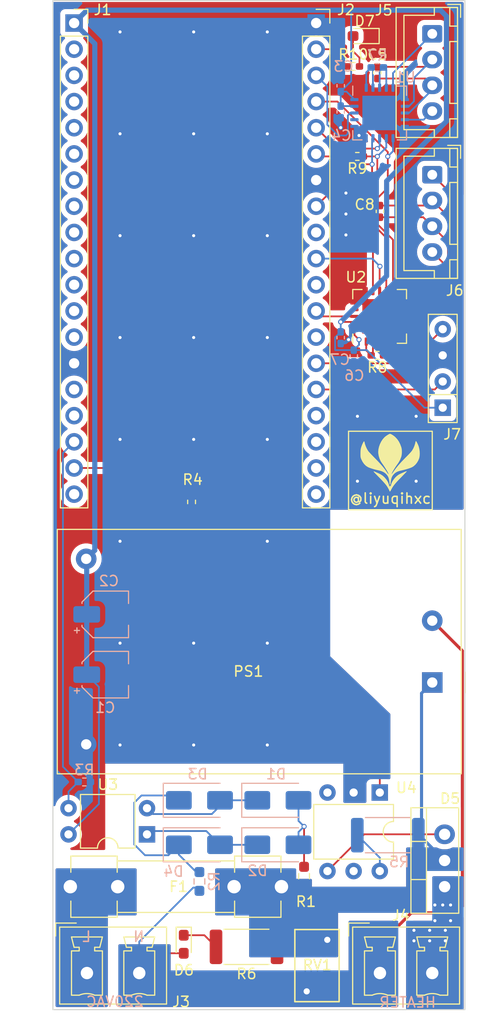
<source format=kicad_pcb>
(kicad_pcb (version 20221018) (generator pcbnew)
  (layers (0 "F.Cu" mixed) (31 "B.Cu" mixed) (34 "B.Paste" user) (35 "F.Paste" user) (36 "B.SilkS" user "B.Silkscreen") (37 "F.SilkS" user "F.Silkscreen") (38 "B.Mask" user) (39 "F.Mask" user) (44 "Edge.Cuts" user))
  (net 0 "")
  (net 1 "+3V3")
  (net 2 "GND")
  (net 3 "Net-(J5-Pin_3)")
  (net 4 "Net-(J5-Pin_2)")
  (net 5 "Net-(J6-Pin_3)")
  (net 6 "Net-(J6-Pin_2)")
  (net 7 "Net-(D1-K)")
  (net 8 "Net-(D1-A)")
  (net 9 "Net-(D2-K)")
  (net 10 "Net-(D3-K)")
  (net 11 "Net-(D5-A1)")
  (net 12 "LINE")
  (net 13 "Net-(D5-G)")
  (net 14 "Net-(D6-K)")
  (net 15 "NEUT")
  (net 16 "/LIVE")
  (net 20 "/ZERO_CROSS")
  (net 23 "/HEATER_CTRL")
  (net 32 "/DHT_SCL")
  (net 33 "/DHT_SDA")
  (net 40 "Net-(J5-Pin_1)")
  (net 41 "Net-(J5-Pin_4)")
  (net 42 "Net-(J6-Pin_1)")
  (net 43 "Net-(J6-Pin_4)")
  (net 44 "Net-(R4-Pad1)")
  (net 45 "Net-(R5-Pad1)")
  (net 46 "Net-(U1-ISENSOR)")
  (net 47 "Net-(U1-BIAS)")
  (net 48 "Net-(U2-ISENSOR)")
  (net 49 "Net-(U2-BIAS)")
  (net 50 "Net-(J2-Pin_6)")
  (net 51 "/TEMP_DI")
  (net 52 "/TEMP_CLK")
  (net 53 "/TEMP1_CS")
  (net 54 "/TEMP_DO")
  (net 56 "/TEMP1_RDY")
  (net 57 "/TEMP2_CS")
  (net 59 "/TEMP2_RDY")
  (net 65 "/LED_HEATING_STATE")
  (net 66 "Net-(D7-A)")
  (footprint "Resistor_SMD:R_0402_1005Metric_Pad0.72x0.64mm_HandSolder" (layer "F.Cu") (at 116.332 72.136 180)
    (fp_text reference "R8")
    (fp_text value "430R/4k3 0.1%")
  )
  (footprint "Package_DIP:DIP-6_W7.62mm" (layer "F.Cu") (at 116.571 114.564 -90)
    (fp_text reference "U4")
    (fp_text value "MOC3020M")
  )
  (footprint "Resistor_SMD:R_2512_6332Metric" (layer "F.Cu") (at 103.632 129.54 180)
    (fp_text reference "R6")
    (fp_text value "75k 1W")
  )
  (footprint "Varistor:RV_Disc_D7mm_W4.3mm_P5mm" (layer "F.Cu") (at 109.474 133.858 90)
    (fp_text reference "RV1")
    (fp_text value "07D361K")
  )
  (footprint "Connector_JST:JST_XH_B4B-XH-A_1x04_P2.50mm_Vertical" (layer "F.Cu") (at 121.666 54.61 -90)
    (fp_text reference "J6")
    (fp_text value "RTD2")
  )
  (footprint "Connector_Phoenix_MC_HighVoltage:PhoenixContact_MCV_1,5_2-G-5.08_1x02_P5.08mm_Vertical" (layer "F.Cu") (at 88.138 132.08)
    (fp_text reference "J3")
    (fp_text value "AC 220V")
  )
  (footprint "Capacitor_SMD:C_0402_1005Metric_Pad0.74x0.62mm_HandSolder" (layer "F.Cu") (at 116.332 44.704 90)
    (fp_text reference "C5")
    (fp_text value "0.1u")
  )
  (footprint "Connector_Phoenix_MC_HighVoltage:PhoenixContact_MCV_1,5_2-G-5.08_1x02_P5.08mm_Vertical" (layer "F.Cu") (at 116.586 132.08)
    (fp_text reference "J4")
    (fp_text value "Heater")
  )
  (footprint "Connector_JST:JST_XH_B4B-XH-A_1x04_P2.50mm_Vertical" (layer "F.Cu") (at 121.666 40.934 -90)
    (fp_text reference "J5")
    (fp_text value "RTD1")
  )
  (footprint "LED_SMD:LED_0603_1608Metric_Pad1.05x0.95mm_HandSolder" (layer "F.Cu") (at 114.85 41.15 180)
    (fp_text reference "D7")
    (fp_text value "LED_GREEN")
  )
  (footprint "Resistor_SMD:R_0402_1005Metric_Pad0.72x0.64mm_HandSolder" (layer "F.Cu") (at 114.3895 52.832 180)
    (fp_text reference "R9")
    (fp_text value "22R")
  )
  (footprint "KIGIT_Footprints:Logo" (layer "F.Cu") (at 117.602 83.566)
    (fp_text reference "REF**" hide)
    (fp_text value "Logo" hide)
  )
  (footprint "Resistor_SMD:R_0603_1608Metric_Pad0.98x0.95mm_HandSolder" (layer "F.Cu") (at 109.22 122.682 -90)
    (fp_text reference "R1")
    (fp_text value "47k")
  )
  (footprint "Resistor_SMD:R_0402_1005Metric_Pad0.72x0.64mm_HandSolder" (layer "F.Cu") (at 114 44.1)
    (fp_text reference "R10")
    (fp_text value "1k")
  )
  (footprint "LED_SMD:LED_0603_1608Metric_Pad1.05x0.95mm_HandSolder" (layer "F.Cu") (at 97.536 129.286 -90)
    (fp_text reference "D6")
    (fp_text value "LED_Red_AC")
  )
  (footprint "Connector_PinSocket_2.54mm:PinSocket_1x19_P2.54mm_Vertical" (layer "F.Cu") (at 86.893 39.888)
    (fp_text reference "J1")
    (fp_text value "ESP32-DevKitC J1")
  )
  (footprint "Capacitor_SMD:C_0402_1005Metric_Pad0.74x0.62mm_HandSolder" (layer "F.Cu") (at 116.586 58.166 90)
    (fp_text reference "C8")
    (fp_text value "0.1u")
  )
  (footprint "Package_DIP:DIP-4_W7.62mm" (layer "F.Cu") (at 93.97 118.623 180)
    (fp_text reference "U3")
    (fp_text value "EL817")
  )
  (footprint "Package_DFN_QFN:QFN-20-1EP_5x5mm_P0.65mm_EP3.35x3.35mm" (layer "F.Cu") (at 116.556 68.356 90)
    (fp_text reference "U2")
    (fp_text value "MAX31865xTP")
  )
  (footprint "Resistor_THT:R_Array_SIP4" (layer "F.Cu") (at 122.682 77.216 90)
    (fp_text reference "J7")
    (fp_text value "DHT20")
  )
  (footprint "Resistor_SMD:R_0402_1005Metric_Pad0.72x0.64mm_HandSolder" (layer "F.Cu") (at 98.298 86.36 90)
    (fp_text reference "R4")
    (fp_text value "100R")
  )
  (footprint "Connector_PinSocket_2.54mm:PinSocket_1x19_P2.54mm_Vertical" (layer "F.Cu") (at 110.393 39.888)
    (fp_text reference "J2")
    (fp_text value "ESP32-DevKitC J2")
  )
  (footprint "Fuse:Fuseholder_Clip-5x20mm_Littelfuse_100_Inline_P20.50x4.60mm_D1.30mm_Horizontal" (layer "F.Cu") (at 107.024 123.698 180)
    (fp_text reference "F1")
    (fp_text value "200mA")
  )
  (footprint "Converter_ACDC:Converter_ACDC_HiLink_HLK-5Mxx" (layer "F.Cu") (at 121.666 103.886 180)
    (fp_text reference "PS1")
    (fp_text value "HLK-PM03")
  )
  (footprint "Package_TO_SOT_THT:TO-220-3_Vertical" (layer "F.Cu") (at 122.865 123.698 90)
    (fp_text reference "D5")
    (fp_text value "BTA16")
  )
  (footprint "Resistor_SMD:R_2512_6332Metric" (layer "B.Cu") (at 117.35 118.7)
    (fp_text reference "R5")
    (fp_text value "200R")
  )
  (footprint "Capacitor_SMD:C_0402_1005Metric_Pad0.74x0.62mm_HandSolder" (layer "B.Cu") (at 114.046 72.1955 90)
    (fp_text reference "C6")
    (fp_text value "0.1u")
  )
  (footprint "Capacitor_SMD:C_0402_1005Metric_Pad0.74x0.62mm_HandSolder" (layer "B.Cu") (at 112.776 70.4175 90)
    (fp_text reference "C7")
    (fp_text value "0.1u")
  )
  (footprint "Resistor_SMD:R_0402_1005Metric_Pad0.72x0.64mm_HandSolder" (layer "B.Cu") (at 116.332 44.196 180)
    (fp_text reference "R7")
    (fp_text value "430R/4k3 0.1%")
  )
  (footprint "Diode_SMD:D_SMA" (layer "B.Cu") (at 99.06 119.634)
    (fp_text reference "D4")
    (fp_text value "1N4007")
  )
  (footprint "Capacitor_SMD:CP_Elec_4x5.4" (layer "B.Cu") (at 89.916 97.274)
    (fp_text reference "C2")
    (fp_text value "22u")
  )
  (footprint "Diode_SMD:D_SMA" (layer "B.Cu") (at 99.06 115.316)
    (fp_text reference "D3")
    (fp_text value "1N4007")
  )
  (footprint "Package_DFN_QFN:QFN-20-1EP_5x5mm_P0.65mm_EP3.35x3.35mm" (layer "B.Cu") (at 116.556 48.6165 -90)
    (fp_text reference "U1")
    (fp_text value "MAX31865xTP")
  )
  (footprint "Capacitor_SMD:C_0402_1005Metric_Pad0.74x0.62mm_HandSolder" (layer "B.Cu") (at 112.776 48.514 90)
    (fp_text reference "C4")
    (fp_text value "0.1u")
  )
  (footprint "Diode_SMD:D_SMA" (layer "B.Cu") (at 106.68 119.634)
    (fp_text reference "D2")
    (fp_text value "1N4007")
  )
  (footprint "Resistor_SMD:R_0603_1608Metric_Pad0.98x0.95mm_HandSolder" (layer "B.Cu") (at 99.06 123.19 90)
    (fp_text reference "R2")
    (fp_text value "47k")
  )
  (footprint "Capacitor_SMD:CP_Elec_4x5.4" (layer "B.Cu") (at 89.916 103.124)
    (fp_text reference "C1")
    (fp_text value "10u")
  )
  (footprint "Capacitor_SMD:C_0402_1005Metric_Pad0.74x0.62mm_HandSolder" (layer "B.Cu") (at 112.776 45.974 -90)
    (fp_text reference "C3")
    (fp_text value "0.1u")
  )
  (footprint "Diode_SMD:D_SMA" (layer "B.Cu") (at 106.68 115.316)
    (fp_text reference "D1")
    (fp_text value "1N4007")
  )
  (footprint "Resistor_SMD:R_0402_1005Metric_Pad0.72x0.64mm_HandSolder" (layer "B.Cu") (at 87.884 113.538 180)
    (fp_text reference "R3")
    (fp_text value "3k3")
  )
  (gr_rect (start 84.836 37.702) (end 124.836 135.636) (stroke (width 0.1)) (fill none) (layer "Edge.Cuts"))
  (segment (start 112.776 68.8935) (end 114.006 68.8935) (width 0.17) (layer "F.Cu") (net 1))
  (segment (start 114.1185 70.1765) (end 114.554 70.612) (width 0.17) (layer "F.Cu") (net 1))
  (segment (start 114.1185 69.656) (end 114.1185 70.1765) (width 0.17) (layer "F.Cu") (net 1))
  (segment (start 114.006 68.8935) (end 114.1185 69.006) (width 0.17) (layer "F.Cu") (net 1))
  (segment (start 114.046 69.7285) (end 114.1185 69.656) (width 0.17) (layer "F.Cu") (net 1))
  (via (at 114.554 70.612) (size 0.5) (drill 0.3) (layers "F.Cu" "B.Cu") (net 1))
  (via (at 112.776 68.8935) (size 0.5) (drill 0.3) (layers "F.Cu" "B.Cu") (net 1))
  (segment (start 112.776 47.9465) (end 114.0985 47.9465) (width 0.17) (layer "B.Cu") (net 1))
  (segment (start 89.301 115.672) (end 86.35 118.623) (width 0.17) (layer "B.Cu") (net 1))
  (segment (start 112.231 70.395) (end 112.231 71.591) (width 0.17) (layer "B.Cu") (net 1))
  (segment (start 112.776 47.9465) (end 112.776 46.5415) (width 0.17) (layer "B.Cu") (net 1))
  (segment (start 120.904 77.216) (end 122.682 77.216) (width 0.17) (layer "B.Cu") (net 1))
  (segment (start 88.116 103.124) (end 89.301 104.309) (width 0.17) (layer "B.Cu") (net 1))
  (segment (start 114.0985 47.9465) (end 114.1185 47.9665) (width 0.17) (layer "B.Cu") (net 1))
  (segment (start 112.776 69.85) (end 112.231 70.395) (width 0.17) (layer "B.Cu") (net 1))
  (segment (start 114.046 71.628) (end 115.316 71.628) (width 0.17) (layer "B.Cu") (net 1))
  (segment (start 115.316 71.628) (end 120.904 77.216) (width 0.17) (layer "B.Cu") (net 1))
  (segment (start 88.116 103.124) (end 88.116 97.274) (width 0.5) (layer "B.Cu") (net 1))
  (segment (start 88.9 91.052) (end 88.9 41.895) (width 0.5) (layer "B.Cu") (net 1))
  (segment (start 123.041 39.221) (end 123.041 49.425) (width 0.5) (layer "B.Cu") (net 1))
  (segment (start 86.893 39.888) (end 88.143 38.638) (width 0.5) (layer "B.Cu") (net 1))
  (segment (start 113.3435 46.5415) (end 114.1185 47.3165) (width 0.17) (layer "B.Cu") (net 1))
  (segment (start 122.458 38.638) (end 123.041 39.221) (width 0.5) (layer "B.Cu") (net 1))
  (segment (start 117.236 55.23) (end 117.236 64.4335) (width 0.5) (layer "B.Cu") (net 1))
  (segment (start 113.792 45.5255) (end 113.792 38.638) (width 0.17) (layer "B.Cu") (net 1))
  (segment (start 112.776 46.5415) (end 113.3435 46.5415) (width 0.17) (layer "B.Cu") (net 1))
  (segment (start 112.231 71.591) (end 112.268 71.628) (width 0.17) (layer "B.Cu") (net 1))
  (segment (start 88.066 91.886) (end 88.9 91.052) (width 0.5) (layer "B.Cu") (net 1))
  (segment (start 114.554 71.12) (end 114.046 71.628) (width 0.17) (layer "B.Cu") (net 1))
  (segment (start 112.776 69.85) (end 112.776 68.8935) (width 0.17) (layer "B.Cu") (net 1))
  (segment (start 88.9 41.895) (end 86.893 39.888) (width 0.5) (layer "B.Cu") (net 1))
  (segment (start 112.776 46.5415) (end 113.792 45.5255) (width 0.17) (layer "B.Cu") (net 1))
  (segment (start 89.301 104.309) (end 89.301 115.672) (width 0.17) (layer "B.Cu") (net 1))
  (segment (start 88.116 97.274) (end 88.116 91.936) (width 0.5) (layer "B.Cu") (net 1))
  (segment (start 114.554 70.612) (end 114.554 71.12) (width 0.17) (layer "B.Cu") (net 1))
  (segment (start 88.143 38.638) (end 113.792 38.638) (width 0.5) (layer "B.Cu") (net 1))
  (segment (start 123.041 49.425) (end 117.236 55.23) (width 0.5) (layer "B.Cu") (net 1))
  (segment (start 112.268 71.628) (end 114.046 71.628) (width 0.17) (layer "B.Cu") (net 1))
  (segment (start 88.116 91.936) (end 88.066 91.886) (width 0.5) (layer "B.Cu") (net 1))
  (segment (start 113.792 38.638) (end 122.458 38.638) (width 0.5) (layer "B.Cu") (net 1))
  (segment (start 117.236 64.4335) (end 112.776 68.8935) (width 0.5) (layer "B.Cu") (net 1))
  (via (at 105.65 90.17857) (size 0.5) (drill 0.3) (layers "F.Cu" "B.Cu") (net 2))
  (via (at 91.35 100.064284) (size 0.5) (drill 0.3) (layers "F.Cu" "B.Cu") (net 2))
  (via (at 91.35 50.635714) (size 0.5) (drill 0.3) (layers "F.Cu" "B.Cu") (net 2))
  (via (at 98.5 70.407142) (size 0.5) (drill 0.3) (layers "F.Cu" "B.Cu") (net 2))
  (via (at 120.1 84.35) (size 0.5) (drill 0.3) (layers "F.Cu" "B.Cu") (net 2))
  (via (at 113.538 70.612) (size 0.5) (drill 0.3) (layers "F.Cu" "B.Cu") (net 2))
  (via (at 91.35 40.75) (size 0.5) (drill 0.3) (layers "F.Cu" "B.Cu") (net 2))
  (via (at 105.65 70.407142) (size 0.5) (drill 0.3) (layers "F.Cu" "B.Cu") (net 2))
  (via (at 112.776 50.038) (size 0.5) (drill 0.3) (layers "F.Cu" "B.Cu") (net 2))
  (via (at 120.1 78.05) (size 0.5) (drill 0.3) (layers "F.Cu" "B.Cu") (net 2))
  (via (at 105.65 80.292856) (size 0.5) (drill 0.3) (layers "F.Cu" "B.Cu") (net 2))
  (via (at 105.65 60.521428) (size 0.5) (drill 0.3) (layers "F.Cu" "B.Cu") (net 2))
  (via (at 91.35 90.17857) (size 0.5) (drill 0.3) (layers "F.Cu" "B.Cu") (net 2))
  (via (at 98.5 60.521428) (size 0.5) (drill 0.3) (layers "F.Cu" "B.Cu") (net 2))
  (via (at 105.65 109.95) (size 0.5) (drill 0.3) (layers "F.Cu" "B.Cu") (net 2))
  (via (at 98.5 109.95) (size 0.5) (drill 0.3) (layers "F.Cu" "B.Cu") (net 2))
  (via (at 114.4 84.35) (size 0.5) (drill 0.3) (layers "F.Cu" "B.Cu") (net 2))
  (via (at 113.284 60.452) (size 0.5) (drill 0.3) (layers "F.Cu" "B.Cu") (net 2))
  (via (at 114.4 78.05) (size 0.5) (drill 0.3) (layers "F.Cu" "B.Cu") (net 2))
  (via (at 98.5 80.292856) (size 0.5) (drill 0.3) (layers "F.Cu" "B.Cu") (net 2))
  (via (at 105.65 40.75) (size 0.5) (drill 0.3) (layers "F.Cu" "B.Cu") (net 2))
  (via (at 98.5 50.635714) (size 0.5) (drill 0.3) (layers "F.Cu" "B.Cu") (net 2))
  (via (at 91.35 80.292856) (size 0.5) (drill 0.3) (layers "F.Cu" "B.Cu") (net 2))
  (via (at 98.5 100.064284) (size 0.5) (drill 0.3) (layers "F.Cu" "B.Cu") (net 2))
  (via (at 98.5 40.75) (size 0.5) (drill 0.3) (layers "F.Cu" "B.Cu") (net 2))
  (via (at 113.284 56.388) (size 0.5) (drill 0.3) (layers "F.Cu" "B.Cu") (net 2))
  (via (at 113.284 58.42) (size 0.5) (drill 0.3) (layers "F.Cu" "B.Cu") (net 2))
  (via (at 105.65 50.635714) (size 0.5) (drill 0.3) (layers "F.Cu" "B.Cu") (net 2))
  (via (at 114.554 50.8) (size 0.5) (drill 0.3) (layers "F.Cu" "B.Cu") (net 2))
  (via (at 91.35 109.95) (size 0.5) (drill 0.3) (layers "F.Cu" "B.Cu") (net 2))
  (via (at 91.35 70.407142) (size 0.5) (drill 0.3) (layers "F.Cu" "B.Cu") (net 2))
  (via (at 91.35 60.521428) (size 0.5) (drill 0.3) (layers "F.Cu" "B.Cu") (net 2))
  (via (at 105.65 100.064284) (size 0.5) (drill 0.3) (layers "F.Cu" "B.Cu") (net 2))
  (segment (start 113.165 70.985) (end 113.538 70.612) (width 0.17) (layer "B.Cu") (net 2))
  (segment (start 112.776 70.985) (end 113.165 70.985) (width 0.17) (layer "B.Cu") (net 2))
  (segment (start 121.0035 45.2715) (end 121.666 45.934) (width 0.17) (layer "F.Cu") (net 3))
  (segment (start 116.332 45.2715) (end 121.0035 45.2715) (width 0.17) (layer "F.Cu") (net 3))
  (segment (start 121.666 46.3565) (end 121.666 45.934) (width 0.17) (layer "B.Cu") (net 3))
  (segment (start 119.406 48.6165) (end 121.666 46.3565) (width 0.17) (layer "B.Cu") (net 3))
  (segment (start 118.9935 48.6165) (end 119.406 48.6165) (width 0.17) (layer "B.Cu") (net 3))
  (segment (start 116.332 44.1365) (end 120.9635 44.1365) (width 0.17) (layer "F.Cu") (net 4))
  (segment (start 120.9635 44.1365) (end 121.666 43.434) (width 0.17) (layer "F.Cu") (net 4))
  (segment (start 119.888 45.212) (end 121.666 43.434) (width 0.17) (layer "B.Cu") (net 4))
  (segment (start 119.888 47.4845) (end 119.888 45.212) (width 0.17) (layer "B.Cu") (net 4))
  (segment (start 118.9935 47.9665) (end 119.406 47.9665) (width 0.17) (layer "B.Cu") (net 4))
  (segment (start 119.406 47.9665) (end 119.888 47.4845) (width 0.17) (layer "B.Cu") (net 4))
  (segment (start 119.406 68.356) (end 123.19 64.572) (width 0.17) (layer "F.Cu") (net 5))
  (segment (start 116.586 58.7335) (end 120.7895 58.7335) (width 0.17) (layer "F.Cu") (net 5))
  (segment (start 118.9935 68.356) (end 119.406 68.356) (width 0.17) (layer "F.Cu") (net 5))
  (segment (start 123.19 61.134) (end 121.666 59.61) (width 0.17) (layer "F.Cu") (net 5))
  (segment (start 123.19 64.572) (end 123.19 61.134) (width 0.17) (layer "F.Cu") (net 5))
  (segment (start 120.7895 58.7335) (end 121.666 59.61) (width 0.17) (layer "F.Cu") (net 5))
  (segment (start 118.9935 69.006) (end 119.462 69.006) (width 0.17) (layer "F.Cu") (net 6))
  (segment (start 116.586 57.5985) (end 121.1775 57.5985) (width 0.17) (layer "F.Cu") (net 6))
  (segment (start 119.462 69.006) (end 123.632 64.836) (width 0.17) (layer "F.Cu") (net 6))
  (segment (start 121.1775 57.5985) (end 121.666 57.11) (width 0.17) (layer "F.Cu") (net 6))
  (segment (start 123.632 64.836) (end 123.632 59.076) (width 0.17) (layer "F.Cu") (net 6))
  (segment (start 123.632 59.076) (end 121.666 57.11) (width 0.17) (layer "F.Cu") (net 6))
  (segment (start 101.06 115.316) (end 101.06 115.856) (width 0.17) (layer "B.Cu") (net 7))
  (segment (start 101.06 115.856) (end 100.265 116.651) (width 0.17) (layer "B.Cu") (net 7))
  (segment (start 100.265 116.651) (end 94.538 116.651) (width 0.17) (layer "B.Cu") (net 7))
  (segment (start 104.68 115.316) (end 101.06 115.316) (width 0.17) (layer "B.Cu") (net 7))
  (segment (start 94.538 116.651) (end 93.97 116.083) (width 0.17) (layer "B.Cu") (net 7))
  (segment (start 109.22 122.0845) (end 109.22 117.856) (width 0.17) (layer "F.Cu") (net 8))
  (via (at 109.22 117.856) (size 0.5) (drill 0.3) (layers "F.Cu" "B.Cu") (net 8))
  (segment (start 108.68 119.634) (end 108.68 118.396) (width 0.17) (layer "B.Cu") (net 8))
  (segment (start 108.68 118.396) (end 109.22 117.856) (width 0.17) (layer "B.Cu") (net 8))
  (segment (start 108.68 117.316) (end 109.22 117.856) (width 0.17) (layer "B.Cu") (net 8))
  (segment (start 108.68 115.316) (end 108.68 117.316) (width 0.17) (layer "B.Cu") (net 8))
  (segment (start 104.68 119.634) (end 101.06 119.634) (width 0.17) (layer "B.Cu") (net 9))
  (segment (start 101.06 119.634) (end 99.725 118.299) (width 0.17) (layer "B.Cu") (net 9))
  (segment (start 94.294 118.299) (end 93.97 118.623) (width 0.17) (layer "B.Cu") (net 9))
  (segment (start 99.725 118.299) (end 94.294 118.299) (width 0.17) (layer "B.Cu") (net 9))
  (segment (start 96.044 120.65) (end 97.06 119.634) (width 0.17) (layer "B.Cu") (net 10))
  (segment (start 92.735 119.603184) (end 93.781816 120.65) (width 0.17) (layer "B.Cu") (net 10))
  (segment (start 97.06 119.634) (end 97.06 120.5925) (width 0.17) (layer "B.Cu") (net 10))
  (segment (start 92.735 115.545) (end 92.735 119.603184) (width 0.17) (layer "B.Cu") (net 10))
  (segment (start 97.06 120.5925) (end 99.06 122.5925) (width 0.17) (layer "B.Cu") (net 10))
  (segment (start 93.432 114.848) (end 92.735 115.545) (width 0.17) (layer "B.Cu") (net 10))
  (segment (start 93.781816 120.65) (end 96.044 120.65) (width 0.17) (layer "B.Cu") (net 10))
  (segment (start 96.592 114.848) (end 93.432 114.848) (width 0.17) (layer "B.Cu") (net 10))
  (segment (start 97.06 115.316) (end 96.592 114.848) (width 0.17) (layer "B.Cu") (net 10))
  (via (at 121.92 127) (size 0.5) (drill 0.3) (layers "F.Cu" "B.Cu") (net 11))
  (via (at 123.444 125.476) (size 0.5) (drill 0.3) (layers "F.Cu" "B.Cu") (net 11))
  (via (at 119.888 128.95) (size 0.5) (drill 0.3) (layers "F.Cu" "B.Cu") (net 11))
  (via (at 122.936 127.934) (size 0.5) (drill 0.3) (layers "F.Cu" "B.Cu") (net 11))
  (via (at 121.412 128.95) (size 0.5) (drill 0.3) (layers "F.Cu" "B.Cu") (net 11))
  (via (at 121.412 127.934) (size 0.5) (drill 0.3) (layers "F.Cu" "B.Cu") (net 11))
  (via (at 121.92 125.476) (size 0.5) (drill 0.3) (layers "F.Cu" "B.Cu") (net 11))
  (via (at 123.444 127) (size 0.5) (drill 0.3) (layers "F.Cu" "B.Cu") (net 11))
  (via (at 122.682 125.476) (size 0.5) (drill 0.3) (layers "F.Cu" "B.Cu") (net 11))
  (via (at 122.936 128.95) (size 0.5) (drill 0.3) (layers "F.Cu" "B.Cu") (net 11))
  (via (at 119.888 127.934) (size 0.5) (drill 0.3) (layers "F.Cu" "B.Cu") (net 11))
  (segment (start 120.6246 104.9274) (end 121.666 103.886) (width 0.3) (layer "B.Cu") (net 12))
  (segment (start 122.865 121.158) (end 120.6246 118.9176) (width 0.3) (layer "B.Cu") (net 12))
  (segment (start 120.6246 118.9176) (end 120.6246 104.9274) (width 0.3) (layer "B.Cu") (net 12))
  (segment (start 115.057 118.618) (end 122.865 118.618) (width 0.17) (layer "F.Cu") (net 13))
  (segment (start 111.491 122.184) (end 115.057 118.618) (width 0.17) (layer "F.Cu") (net 13))
  (segment (start 97.536 128.411) (end 99.5405 128.411) (width 0.17) (layer "F.Cu") (net 14))
  (segment (start 99.5405 128.411) (end 100.6695 129.54) (width 0.17) (layer "F.Cu") (net 14))
  (segment (start 119.634 126.238) (end 116.586 129.286) (width 0.3) (layer "F.Cu") (net 15))
  (segment (start 95.137 130.161) (end 93.218 132.08) (width 0.17) (layer "F.Cu") (net 15))
  (segment (start 123.952 126.238) (end 119.634 126.238) (width 0.3) (layer "F.Cu") (net 15))
  (segment (start 116.586 129.286) (end 116.586 132.08) (width 0.3) (layer "F.Cu") (net 15))
  (segment (start 121.666 97.886) (end 124.587 100.807) (width 0.3) (layer "F.Cu") (net 15))
  (segment (start 124.587 125.603) (end 123.952 126.238) (width 0.3) (layer "F.Cu") (net 15))
  (segment (start 97.536 130.161) (end 95.137 130.161) (width 0.17) (layer "F.Cu") (net 15))
  (segment (start 124.587 100.807) (end 124.587 125.603) (width 0.3) (layer "F.Cu") (net 15))
  (segment (start 98.4625 123.7875) (end 93.218 129.032) (width 0.17) (layer "B.Cu") (net 15))
  (segment (start 99.06 123.7875) (end 98.4625 123.7875) (width 0.17) (layer "B.Cu") (net 15))
  (segment (start 93.218 129.032) (end 93.218 132.08) (width 0.17) (layer "B.Cu") (net 15))
  (segment (start 86.35 114.4745) (end 87.2865 113.538) (width 0.17) (layer "B.Cu") (net 20))
  (segment (start 85.808 81.613) (end 86.893 80.528) (width 0.17) (layer "B.Cu") (net 20))
  (segment (start 86.35 116.083) (end 86.35 114.4745) (width 0.17) (layer "B.Cu") (net 20))
  (segment (start 87.2865 113.538) (end 85.808 112.0595) (width 0.17) (layer "B.Cu") (net 20))
  (segment (start 85.808 112.0595) (end 85.808 81.613) (width 0.17) (layer "B.Cu") (net 20))
  (segment (start 95.6035 83.068) (end 98.298 85.7625) (width 0.17) (layer "F.Cu") (net 23))
  (segment (start 86.893 83.068) (end 95.6035 83.068) (width 0.17) (layer "F.Cu") (net 23))
  (segment (start 119.37 72.908) (end 118.95 72.908) (width 0.17) (layer "F.Cu") (net 32))
  (segment (start 110.393 72.908) (end 118.95 72.908) (width 0.17) (layer "F.Cu") (net 32))
  (segment (start 122.682 69.596) (end 119.37 72.908) (width 0.17) (layer "F.Cu") (net 32))
  (segment (start 110.393 75.448) (end 121.91 75.448) (width 0.17) (layer "F.Cu") (net 33))
  (segment (start 121.91 75.448) (end 122.682 74.676) (width 0.17) (layer "F.Cu") (net 33))
  (segment (start 117.856 46.179) (end 117.856 44.744) (width 0.17) (layer "B.Cu") (net 40))
  (segment (start 117.856 44.744) (end 121.666 40.934) (width 0.17) (layer "B.Cu") (net 40))
  (segment (start 118.9935 49.2665) (end 120.8335 49.2665) (width 0.17) (layer "B.Cu") (net 41))
  (segment (start 120.8335 49.2665) (end 121.666 48.434) (width 0.17) (layer "B.Cu") (net 41))
  (segment (start 124.3584 65.15) (end 124.3584 57.3024) (width 0.17) (layer "F.Cu") (net 42))
  (segment (start 121.450406 68.05) (end 121.4584 68.05) (width 0.17) (layer "F.Cu") (net 42))
  (segment (start 117.856 70.806) (end 118.694406 70.806) (width 0.17) (layer "F.Cu") (net 42))
  (segment (start 121.4584 68.05) (end 124.3584 65.15) (width 0.17) (layer "F.Cu") (net 42))
  (segment (start 124.3584 57.3024) (end 121.666 54.61) (width 0.17) (layer "F.Cu") (net 42))
  (segment (start 118.694406 70.806) (end 121.450406 68.05) (width 0.17) (layer "F.Cu") (net 42))
  (segment (start 122.682 64.43) (end 122.682 63.126) (width 0.17) (layer "F.Cu") (net 43))
  (segment (start 118.9935 67.706) (end 119.406 67.706) (width 0.17) (layer "F.Cu") (net 43))
  (segment (start 122.682 63.126) (end 121.666 62.11) (width 0.17) (layer "F.Cu") (net 43))
  (segment (start 119.406 67.706) (end 122.682 64.43) (width 0.17) (layer "F.Cu") (net 43))
  (segment (start 116.571 108.697) (end 116.571 114.564) (width 0.17) (layer "F.Cu") (net 44))
  (segment (start 98.298 86.9575) (end 98.298 90.424) (width 0.17) (layer "F.Cu") (net 44))
  (segment (start 98.298 90.424) (end 116.571 108.697) (width 0.17) (layer "F.Cu") (net 44))
  (segment (start 116.571 120.8835) (end 116.571 122.184) (width 0.17) (layer "B.Cu") (net 45))
  (segment (start 114.3875 118.7) (end 116.571 120.8835) (width 0.17) (layer "B.Cu") (net 45))
  (segment (start 117.206 46.179) (end 117.206 44.4725) (width 0.17) (layer "B.Cu") (net 46))
  (segment (start 116.556 44.5695) (end 116.9295 44.196) (width 0.17) (layer "B.Cu") (net 46))
  (segment (start 117.206 44.4725) (end 116.9295 44.196) (width 0.17) (layer "B.Cu") (net 46))
  (segment (start 116.556 46.179) (end 116.556 44.5695) (width 0.17) (layer "B.Cu") (net 46))
  (segment (start 115.256 46.179) (end 115.256 44.6745) (width 0.17) (layer "B.Cu") (net 47))
  (segment (start 115.256 44.6745) (end 115.7345 44.196) (width 0.17) (layer "B.Cu") (net 47))
  (segment (start 115.906 46.179) (end 115.906 44.3675) (width 0.17) (layer "B.Cu") (net 47))
  (segment (start 115.906 44.3675) (end 115.7345 44.196) (width 0.17) (layer "B.Cu") (net 47))
  (segment (start 116.556 70.7935) (end 116.556 71.7625) (width 0.17) (layer "F.Cu") (net 48))
  (segment (start 117.206 70.7935) (end 117.206 71.8595) (width 0.17) (layer "F.Cu") (net 48))
  (segment (start 117.206 71.8595) (end 116.9295 72.136) (width 0.17) (layer "F.Cu") (net 48))
  (segment (start 116.556 71.7625) (end 116.9295 72.136) (width 0.17) (layer "F.Cu") (net 48))
  (segment (start 115.906 70.7935) (end 115.906 71.9645) (width 0.17) (layer "F.Cu") (net 49))
  (segment (start 115.256 71.6575) (end 115.7345 72.136) (width 0.17) (layer "F.Cu") (net 49))
  (segment (start 115.256 70.7935) (end 115.256 71.6575) (width 0.17) (layer "F.Cu") (net 49))
  (segment (start 115.906 71.9645) (end 115.7345 72.136) (width 0.17) (layer "F.Cu") (net 49))
  (segment (start 110.637 52.832) (end 110.393 52.588) (width 0.17) (layer "F.Cu") (net 50))
  (segment (start 113.792 52.832) (end 110.637 52.832) (width 0.17) (layer "F.Cu") (net 50))
  (segment (start 116.041 59.107546) (end 116.041 57.187) (width 0.17) (layer "F.Cu") (net 51))
  (segment (start 117.348 52.832) (end 117.348 52.400106) (width 0.17) (layer "F.Cu") (net 51))
  (segment (start 112.455894 47.508) (end 110.393 47.508) (width 0.17) (layer "F.Cu") (net 51))
  (segment (start 117.348 55.88) (end 117.348 52.832) (width 0.17) (layer "F.Cu") (net 51))
  (segment (start 116.041 57.187) (end 117.348 55.88) (width 0.17) (layer "F.Cu") (net 51))
  (segment (start 117.348 52.400106) (end 112.455894 47.508) (width 0.17) (layer "F.Cu") (net 51))
  (segment (start 117.856 65.9185) (end 117.856 60.922546) (width 0.17) (layer "F.Cu") (net 51))
  (segment (start 117.408 52.892) (end 117.348 52.832) (width 0.17) (layer "F.Cu") (net 51))
  (segment (start 117.856 60.922546) (end 116.041 59.107546) (width 0.17) (layer "F.Cu") (net 51))
  (via (at 117.348 52.832) (size 0.5) (drill 0.3) (layers "F.Cu" "B.Cu") (net 51))
  (segment (start 117.856 52.324) (end 117.348 52.832) (width 0.17) (layer "B.Cu") (net 51))
  (segment (start 117.856 51.054) (end 117.856 52.324) (width 0.17) (layer "B.Cu") (net 51))
  (segment (start 110.393 47.655) (end 110.393 47.508) (width 0.17) (layer "B.Cu") (net 51))
  (segment (start 115.721 59.240094) (end 115.721 56.999) (width 0.17) (layer "F.Cu") (net 52))
  (segment (start 116.332 56.388) (end 116.332 52.832) (width 0.17) (layer "F.Cu") (net 52))
  (segment (start 115.721 56.999) (end 116.332 56.388) (width 0.17) (layer "F.Cu") (net 52))
  (segment (start 114.987 52.832) (end 116.332 52.832) (width 0.17) (layer "F.Cu") (net 52))
  (segment (start 117.206 65.9185) (end 117.206 60.725094) (width 0.17) (layer "F.Cu") (net 52))
  (segment (start 117.206 60.725094) (end 115.721 59.240094) (width 0.17) (layer "F.Cu") (net 52))
  (via (at 116.332 52.832) (size 0.5) (drill 0.3) (layers "F.Cu" "B.Cu") (net 52))
  (segment (start 117.206 51.054) (end 117.206 51.958) (width 0.17) (layer "B.Cu") (net 52))
  (segment (start 117.206 51.958) (end 116.332 52.832) (width 0.17) (layer "B.Cu") (net 52))
  (segment (start 116.332 52.07) (end 112.415 52.07) (width 0.17) (layer "F.Cu") (net 53))
  (segment (start 112.415 52.07) (end 110.393 50.048) (width 0.17) (layer "F.Cu") (net 53))
  (via (at 116.332 52.07) (size 0.5) (drill 0.3) (layers "F.Cu" "B.Cu") (net 53))
  (segment (start 116.556 51.846) (end 116.332 52.07) (width 0.17) (layer "B.Cu") (net 53))
  (segment (start 116.556 51.054) (end 116.556 51.846) (width 0.17) (layer "B.Cu") (net 53))
  (segment (start 115.401 59.372642) (end 115.401 56.557) (width 0.17) (layer "F.Cu") (net 54))
  (segment (start 114.467 53.594) (end 110.393 57.668) (width 0.17) (layer "F.Cu") (net 54))
  (segment (start 115.906 65.9185) (end 115.906 59.877642) (width 0.17) (layer "F.Cu") (net 54))
  (segment (start 115.401 56.557) (end 115.824 56.134) (width 0.17) (layer "F.Cu") (net 54))
  (segment (start 115.906 59.877642) (end 115.401 59.372642) (width 0.17) (layer "F.Cu") (net 54))
  (segment (start 115.824 56.134) (end 115.824 53.594) (width 0.17) (layer "F.Cu") (net 54))
  (segment (start 115.824 53.594) (end 114.467 53.594) (width 0.17) (layer "F.Cu") (net 54))
  (via (at 115.824 53.594) (size 0.5) (drill 0.3) (layers "F.Cu" "B.Cu") (net 54))
  (segment (start 115.824 53.594) (end 115.824 51.136) (width 0.17) (layer "B.Cu") (net 54))
  (segment (start 115.824 51.136) (end 115.906 51.054) (width 0.17) (layer "B.Cu") (net 54))
  (segment (start 114.1185 48.6165) (end 113.706 48.6165) (width 0.17) (layer "B.Cu") (net 56))
  (segment (start 111.478 46.053) (end 110.393 44.968) (width 0.17) (layer "B.Cu") (net 56))
  (segment (start 113.471 50.613) (end 113.284 50.8) (width 0.17) (layer "B.Cu") (net 56))
  (segment (start 113.706 48.6165) (end 113.471 48.8515) (width 0.17) (layer "B.Cu") (net 56))
  (segment (start 113.284 50.8) (end 112.522 50.8) (width 0.17) (layer "B.Cu") (net 56))
  (segment (start 112.522 50.8) (end 111.478 49.756) (width 0.17) (layer "B.Cu") (net 56))
  (segment (start 111.478 49.756) (end 111.478 46.053) (width 0.17) (layer "B.Cu") (net 56))
  (segment (start 113.471 48.8515) (end 113.471 50.613) (width 0.17) (layer "B.Cu") (net 56))
  (segment (start 116.556 63.53) (end 116.586 63.5) (width 0.17) (layer "F.Cu") (net 57))
  (segment (start 116.556 65.9185) (end 116.556 63.53) (width 0.17) (layer "F.Cu") (net 57))
  (via (at 116.586 63.5) (size 0.5) (drill 0.3) (layers "F.Cu" "B.Cu") (net 57))
  (segment (start 116.586 63.5) (end 115.834 62.748) (width 0.17) (layer "B.Cu") (net 57))
  (segment (start 115.834 62.748) (end 110.393 62.748) (width 0.17) (layer "B.Cu") (net 57))
  (segment (start 114.1185 68.356) (end 110.921 68.356) (width 0.17) (layer "F.Cu") (net 59))
  (segment (start 110.921 68.356) (end 110.393 67.828) (width 0.17) (layer "F.Cu") (net 59))
  (segment (start 111.7305 42.428) (end 113.4025 44.1) (width 0.17) (layer "F.Cu") (net 65))
  (segment (start 110.393 42.428) (end 111.7305 42.428) (width 0.17) (layer "F.Cu") (net 65))
  (segment (start 114.5975 43.2475) (end 113.975 42.625) (width 0.17) (layer "F.Cu") (net 66))
  (segment (start 113.975 42.625) (end 113.975 41.15) (width 0.17) (layer "F.Cu") (net 66))
  (segment (start 114.5975 44.1) (end 114.5975 43.2475) (width 0.17) (layer "F.Cu") (net 66))
  (zone (net 12) (net_name "LINE") (layers "F&B.Cu") (priority 2) (connect_pads yes (clearance 0.5)) (min_thickness 0.25) (fill yes (thermal_gap 0.5) (thermal_bridge_width 0.5))
    (polygon (pts (xy 100.584 121.92) (xy 108.458 121.92) (xy 108.458 122.936) (xy 109.982 122.936) (xy 109.982 123.698) (xy 119.126 123.698) (xy 119.126 119.888) (xy 124.714 119.888) (xy 124.714 122.174) (xy 121.158 122.174) (xy 121.158 126.238) (xy 112.522 126.238) (xy 112.522 130.556) (xy 103.886 130.556) (xy 103.886 126.492) (xy 100.584 126.492)))
  )
  (zone (net 16) (net_name "/LIVE") (layers "F&B.Cu") (priority 1) (connect_pads yes (clearance 0.5)) (min_thickness 0.25) (fill yes (thermal_gap 0.5) (thermal_bridge_width 0.5))
    (polygon (pts (xy 85.09 135.382) (xy 85.09 121.92) (xy 92.964 121.92) (xy 92.964 126.492) (xy 90.17 126.492) (xy 90.17 135.382)))
  )
  (zone (net 15) (net_name "NEUT") (layers "F&B.Cu") (priority 6) (connect_pads yes (clearance 0.5)) (min_thickness 0.25) (fill yes (thermal_gap 0.5) (thermal_bridge_width 0.5))
    (polygon (pts (xy 118.364 127) (xy 113.538 127) (xy 113.538 131.826) (xy 96.266 131.826) (xy 96.266 129.286) (xy 91.186 129.286) (xy 91.186 135.382) (xy 118.364 135.382)))
  )
  (zone (net 11) (net_name "Net-(D5-A1)") (layers "F&B.Cu") (priority 4) (connect_pads yes (clearance 0.5)) (min_thickness 0.25) (fill yes (thermal_gap 0.5) (thermal_bridge_width 0.5))
    (polygon (pts (xy 121.666 122.682) (xy 121.666 127) (xy 119.126 127) (xy 119.126 135.636) (xy 124.714 135.636) (xy 124.714 122.682)))
  )
  (zone (net 2) (net_name "GND") (layers "F&B.Cu") (connect_pads yes (clearance 0.5)) (min_thickness 0.25) (fill yes (thermal_gap 0.5) (thermal_bridge_width 0.5))
    (polygon (pts (xy 84.836 120.142) (xy 84.836 37.846) (xy 124.714 37.846) (xy 124.714 87.122) (xy 111.76 87.122) (xy 111.76 101.346) (xy 117.602 106.934) (xy 117.602 115.57) (xy 113.03 115.57) (xy 113.03 111.76) (xy 89.916 111.76) (xy 89.916 119.634) (xy 89.916 120.142) (xy 86.106 120.142) (xy 85.344 120.142)))
  )
)
</source>
